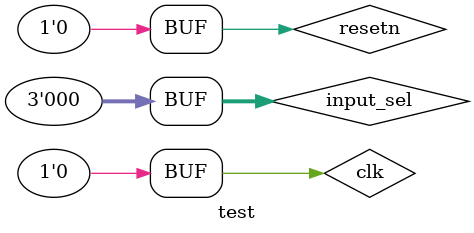
<source format=v>
`timescale 1ns / 1ps


module test;

	// Inputs
	reg clk;
	reg resetn;
	reg [2:0] input_sel;

	// Outputs
	wire lcd_rst;
	wire lcd_cs;
	wire lcd_rs;
	wire lcd_wr;
	wire lcd_rd;
	wire lcd_bl_ctr;
	wire ct_scl;
	wire ct_rstn;

	// Bidirs
	wire [15:0] lcd_data_io;
	wire ct_int;
	wire ct_sda;

	// Instantiate the Unit Under Test (UUT)
	alu_display uut (
		.clk(clk), 
		.resetn(resetn), 
		.input_sel(input_sel), 
		.lcd_rst(lcd_rst), 
		.lcd_cs(lcd_cs), 
		.lcd_rs(lcd_rs), 
		.lcd_wr(lcd_wr), 
		.lcd_rd(lcd_rd), 
		.lcd_data_io(lcd_data_io), 
		.lcd_bl_ctr(lcd_bl_ctr), 
		.ct_int(ct_int), 
		.ct_sda(ct_sda), 
		.ct_scl(ct_scl), 
		.ct_rstn(ct_rstn)
	);

	initial begin
		// Initialize Inputs
		clk = 0;
		resetn = 0;
		input_sel = 0;

		// Wait 100 ns for global reset to finish
		#100;
        
		// Add stimulus here

	end
      
endmodule


</source>
